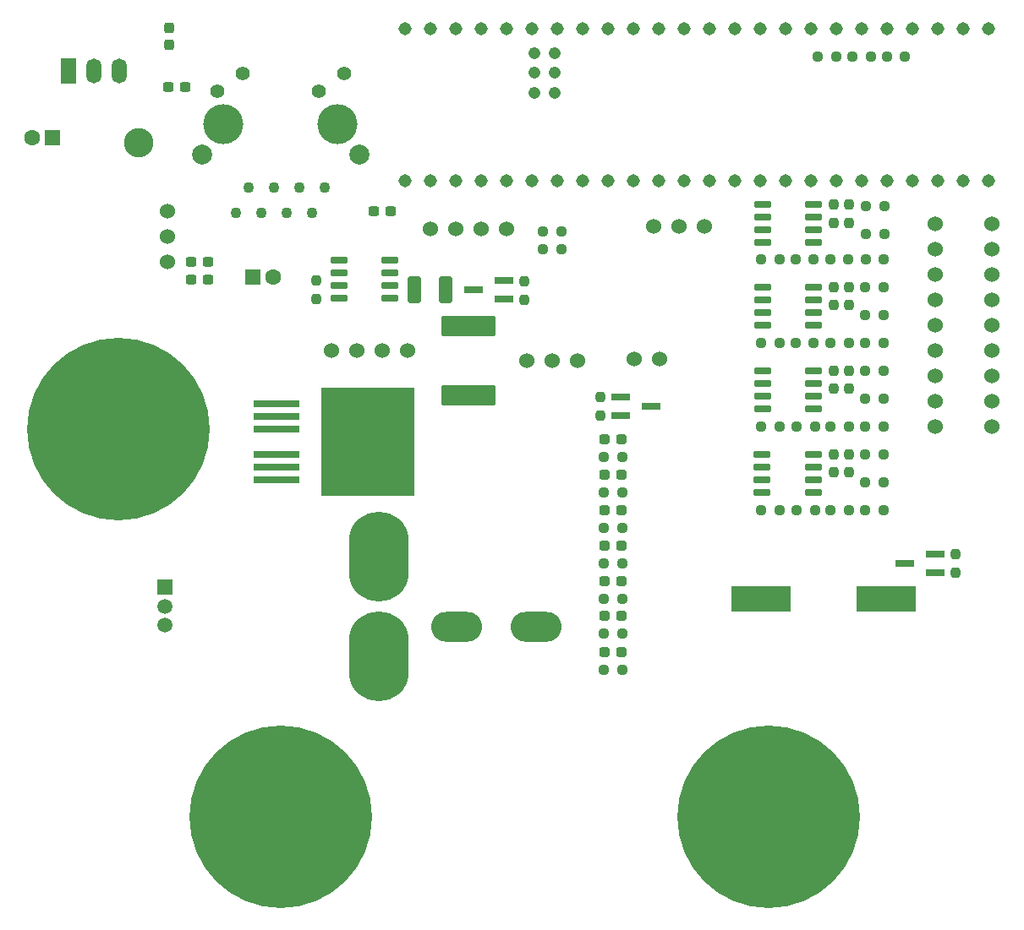
<source format=gts>
G04 #@! TF.GenerationSoftware,KiCad,Pcbnew,(6.0.7)*
G04 #@! TF.CreationDate,2023-03-20T21:04:32-05:00*
G04 #@! TF.ProjectId,2023Rev2,32303233-5265-4763-922e-6b696361645f,rev?*
G04 #@! TF.SameCoordinates,Original*
G04 #@! TF.FileFunction,Soldermask,Top*
G04 #@! TF.FilePolarity,Negative*
%FSLAX46Y46*%
G04 Gerber Fmt 4.6, Leading zero omitted, Abs format (unit mm)*
G04 Created by KiCad (PCBNEW (6.0.7)) date 2023-03-20 21:04:32*
%MOMM*%
%LPD*%
G01*
G04 APERTURE LIST*
G04 Aperture macros list*
%AMRoundRect*
0 Rectangle with rounded corners*
0 $1 Rounding radius*
0 $2 $3 $4 $5 $6 $7 $8 $9 X,Y pos of 4 corners*
0 Add a 4 corners polygon primitive as box body*
4,1,4,$2,$3,$4,$5,$6,$7,$8,$9,$2,$3,0*
0 Add four circle primitives for the rounded corners*
1,1,$1+$1,$2,$3*
1,1,$1+$1,$4,$5*
1,1,$1+$1,$6,$7*
1,1,$1+$1,$8,$9*
0 Add four rect primitives between the rounded corners*
20,1,$1+$1,$2,$3,$4,$5,0*
20,1,$1+$1,$4,$5,$6,$7,0*
20,1,$1+$1,$6,$7,$8,$9,0*
20,1,$1+$1,$8,$9,$2,$3,0*%
%AMHorizOval*
0 Thick line with rounded ends*
0 $1 width*
0 $2 $3 position (X,Y) of the first rounded end (center of the circle)*
0 $4 $5 position (X,Y) of the second rounded end (center of the circle)*
0 Add line between two ends*
20,1,$1,$2,$3,$4,$5,0*
0 Add two circle primitives to create the rounded ends*
1,1,$1,$2,$3*
1,1,$1,$4,$5*%
G04 Aperture macros list end*
%ADD10C,1.100000*%
%ADD11C,1.400000*%
%ADD12C,4.000000*%
%ADD13C,2.000000*%
%ADD14RoundRect,0.237500X0.250000X0.237500X-0.250000X0.237500X-0.250000X-0.237500X0.250000X-0.237500X0*%
%ADD15RoundRect,0.237500X-0.300000X-0.237500X0.300000X-0.237500X0.300000X0.237500X-0.300000X0.237500X0*%
%ADD16R,1.600000X1.600000*%
%ADD17C,1.600000*%
%ADD18RoundRect,0.237500X-0.237500X0.250000X-0.237500X-0.250000X0.237500X-0.250000X0.237500X0.250000X0*%
%ADD19RoundRect,0.237500X0.237500X-0.250000X0.237500X0.250000X-0.237500X0.250000X-0.237500X-0.250000X0*%
%ADD20RoundRect,0.237500X0.237500X-0.300000X0.237500X0.300000X-0.237500X0.300000X-0.237500X-0.300000X0*%
%ADD21C,1.524000*%
%ADD22RoundRect,0.250001X2.474999X-0.799999X2.474999X0.799999X-2.474999X0.799999X-2.474999X-0.799999X0*%
%ADD23RoundRect,0.250000X-0.412500X-1.100000X0.412500X-1.100000X0.412500X1.100000X-0.412500X1.100000X0*%
%ADD24R,1.500000X2.500000*%
%ADD25O,1.500000X2.500000*%
%ADD26C,18.288000*%
%ADD27R,1.900000X0.800000*%
%ADD28C,1.308000*%
%ADD29C,1.208000*%
%ADD30RoundRect,0.237500X-0.250000X-0.237500X0.250000X-0.237500X0.250000X0.237500X-0.250000X0.237500X0*%
%ADD31RoundRect,0.150000X0.725000X0.150000X-0.725000X0.150000X-0.725000X-0.150000X0.725000X-0.150000X0*%
%ADD32R,4.600000X0.800000*%
%ADD33R,9.400000X10.800000*%
%ADD34RoundRect,0.237500X0.287500X0.237500X-0.287500X0.237500X-0.287500X-0.237500X0.287500X-0.237500X0*%
%ADD35C,2.946400*%
%ADD36R,6.000000X2.500000*%
%ADD37RoundRect,0.150000X-0.725000X-0.150000X0.725000X-0.150000X0.725000X0.150000X-0.725000X0.150000X0*%
%ADD38O,5.100000X3.000000*%
%ADD39R,1.500000X1.500000*%
%ADD40C,1.500000*%
%ADD41C,0.800000*%
%ADD42HorizOval,0.800000X0.000000X0.000000X0.000000X0.000000X0*%
%ADD43O,6.000000X9.000000*%
%ADD44HorizOval,0.800000X0.000000X0.000000X0.000000X0.000000X0*%
G04 APERTURE END LIST*
D10*
X103251000Y-43128500D03*
X101981000Y-45668500D03*
X100711000Y-43128500D03*
X99441000Y-45668500D03*
X98171000Y-43128500D03*
X96901000Y-45668500D03*
X95631000Y-43128500D03*
X94361000Y-45668500D03*
D11*
X105131000Y-31698500D03*
X102591000Y-33488500D03*
X95021000Y-31698500D03*
X92481000Y-33488500D03*
D12*
X104521000Y-36778500D03*
X93091000Y-36778500D03*
D13*
X90931000Y-39828500D03*
X106681000Y-39828500D03*
D14*
X159154500Y-72644000D03*
X157329500Y-72644000D03*
D15*
X89815500Y-52324000D03*
X91540500Y-52324000D03*
D14*
X155702000Y-75438000D03*
X153877000Y-75438000D03*
D16*
X96012000Y-52070000D03*
D17*
X98012000Y-52070000D03*
D14*
X133002000Y-80772000D03*
X131177000Y-80772000D03*
X152296500Y-75438000D03*
X150471500Y-75438000D03*
D18*
X155702000Y-61468000D03*
X155702000Y-63293000D03*
D14*
X126896500Y-49276000D03*
X125071500Y-49276000D03*
D19*
X154178000Y-46632500D03*
X154178000Y-44807500D03*
D14*
X155645500Y-50292000D03*
X153820500Y-50292000D03*
D18*
X155702000Y-69850000D03*
X155702000Y-71675000D03*
D20*
X87630000Y-28802500D03*
X87630000Y-27077500D03*
D21*
X134175500Y-60325000D03*
X136715500Y-60325000D03*
D18*
X155702000Y-44807500D03*
X155702000Y-46632500D03*
D21*
X121412000Y-47244000D03*
X118872000Y-47244000D03*
X116332000Y-47244000D03*
X113792000Y-47244000D03*
X113792000Y-47244000D03*
D14*
X155702000Y-67056000D03*
X153877000Y-67056000D03*
D22*
X117602000Y-63927000D03*
X117602000Y-56977000D03*
D14*
X159154500Y-67056000D03*
X157329500Y-67056000D03*
D23*
X112229500Y-53340000D03*
X115354500Y-53340000D03*
D14*
X159154500Y-69850000D03*
X157329500Y-69850000D03*
D18*
X123190000Y-52531000D03*
X123190000Y-54356000D03*
D24*
X77577500Y-31400500D03*
D25*
X80117500Y-31400500D03*
X82657500Y-31400500D03*
D14*
X152193000Y-50292000D03*
X150368000Y-50292000D03*
D21*
X164338000Y-67081400D03*
X164338000Y-64541400D03*
X164338000Y-62001400D03*
X164338000Y-59461400D03*
X164338000Y-56921400D03*
X164338000Y-54381400D03*
X164338000Y-51841400D03*
X164338000Y-49301400D03*
X164338000Y-46761400D03*
D14*
X159258000Y-47752000D03*
X157433000Y-47752000D03*
D26*
X98806000Y-106172000D03*
D14*
X159154500Y-58674000D03*
X157329500Y-58674000D03*
X159154500Y-61468000D03*
X157329500Y-61468000D03*
D27*
X164314000Y-81722000D03*
X164314000Y-79822000D03*
X161314000Y-80772000D03*
D21*
X103886000Y-59436000D03*
X106426000Y-59436000D03*
X108966000Y-59436000D03*
X111506000Y-59436000D03*
X111506000Y-59436000D03*
D28*
X113792000Y-42418000D03*
X116332000Y-42418000D03*
X118872000Y-42418000D03*
X121412000Y-42418000D03*
X146812000Y-42418000D03*
X116332000Y-27178000D03*
X123952000Y-42418000D03*
X126492000Y-42418000D03*
X129032000Y-42418000D03*
X131572000Y-42418000D03*
X134112000Y-42418000D03*
X136652000Y-42418000D03*
X139192000Y-42418000D03*
X141732000Y-42418000D03*
X144272000Y-42418000D03*
X144272000Y-27178000D03*
X141732000Y-27178000D03*
X139192000Y-27178000D03*
X136652000Y-27178000D03*
X134112000Y-27178000D03*
X131572000Y-27178000D03*
X129032000Y-27178000D03*
X126492000Y-27178000D03*
X123952000Y-27178000D03*
X121412000Y-27178000D03*
X118872000Y-27178000D03*
X149352000Y-42418000D03*
X151892000Y-42418000D03*
X154432000Y-42418000D03*
X156972000Y-42418000D03*
X159512000Y-42418000D03*
X162052000Y-42418000D03*
X164592000Y-42418000D03*
X167132000Y-42418000D03*
X169672000Y-42418000D03*
X169672000Y-27178000D03*
X167132000Y-27178000D03*
X164592000Y-27178000D03*
X162052000Y-27178000D03*
X159512000Y-27178000D03*
X156972000Y-27178000D03*
X154432000Y-27178000D03*
X151892000Y-27178000D03*
X149352000Y-27178000D03*
X111252000Y-42418000D03*
X146812000Y-27178000D03*
X113792000Y-27178000D03*
D29*
X126222000Y-31628000D03*
X124222000Y-31628000D03*
X124222000Y-29628000D03*
X126222000Y-29628000D03*
X126222000Y-33628000D03*
X124222000Y-33628000D03*
D28*
X111252000Y-27178000D03*
D19*
X154178000Y-54911000D03*
X154178000Y-53086000D03*
D21*
X141224000Y-46990000D03*
X138684000Y-46990000D03*
X136144000Y-46990000D03*
D30*
X159512000Y-29972000D03*
X161337000Y-29972000D03*
D14*
X154432000Y-29972000D03*
X152607000Y-29972000D03*
D31*
X152181000Y-48641000D03*
X152181000Y-47371000D03*
X152181000Y-46101000D03*
X152181000Y-44831000D03*
X147031000Y-44831000D03*
X147031000Y-46101000D03*
X147031000Y-47371000D03*
X147031000Y-48641000D03*
D14*
X155702000Y-58674000D03*
X153877000Y-58674000D03*
X152296500Y-67056000D03*
X150471500Y-67056000D03*
X152193000Y-58674000D03*
X150368000Y-58674000D03*
D19*
X130810000Y-65936500D03*
X130810000Y-64111500D03*
D26*
X147701000Y-106172000D03*
D14*
X159258000Y-44958000D03*
X157433000Y-44958000D03*
D32*
X98365000Y-64770000D03*
D33*
X107515000Y-68580000D03*
D32*
X98365000Y-69850000D03*
X98365000Y-66040000D03*
X98365000Y-67310000D03*
X98365000Y-72390000D03*
X98365000Y-71120000D03*
D21*
X123444000Y-60452000D03*
X125984000Y-60452000D03*
X128524000Y-60452000D03*
D18*
X166370000Y-79859500D03*
X166370000Y-81684500D03*
D21*
X87503000Y-45466000D03*
X87503000Y-48006000D03*
X87503000Y-50546000D03*
D27*
X121134000Y-54290000D03*
X121134000Y-52390000D03*
X118134000Y-53340000D03*
D14*
X148740500Y-67056000D03*
X146915500Y-67056000D03*
D19*
X102362000Y-54252500D03*
X102362000Y-52427500D03*
D26*
X82550000Y-67310000D03*
D19*
X154178000Y-71675000D03*
X154178000Y-69850000D03*
D16*
X75946000Y-38100000D03*
D17*
X73946000Y-38100000D03*
D34*
X132955000Y-89662000D03*
X131205000Y-89662000D03*
D35*
X84582000Y-38608000D03*
D30*
X131167500Y-87846500D03*
X132992500Y-87846500D03*
D36*
X146862000Y-84328000D03*
X159462000Y-84328000D03*
D14*
X159201500Y-50292000D03*
X157376500Y-50292000D03*
X159154500Y-64262000D03*
X157329500Y-64262000D03*
D19*
X154178000Y-63293000D03*
X154178000Y-61468000D03*
D37*
X104613000Y-50419000D03*
X104613000Y-51689000D03*
X104613000Y-52959000D03*
X104613000Y-54229000D03*
X109763000Y-54229000D03*
X109763000Y-52959000D03*
X109763000Y-51689000D03*
X109763000Y-50419000D03*
D30*
X156059500Y-29972000D03*
X157884500Y-29972000D03*
D38*
X124346000Y-87122000D03*
X116446000Y-87122000D03*
D34*
X132955000Y-68326000D03*
X131205000Y-68326000D03*
D39*
X87235000Y-83190000D03*
D40*
X87235000Y-85100000D03*
X87235000Y-87010000D03*
D41*
X110685000Y-88100000D03*
X106975000Y-93300000D03*
X110295000Y-93300000D03*
X106585000Y-90770000D03*
D42*
X109265000Y-86150000D03*
D41*
X110685000Y-89430000D03*
D43*
X108635000Y-90100000D03*
D41*
X110685000Y-92100000D03*
X108005000Y-94050000D03*
X110295000Y-86900000D03*
X106585000Y-88100000D03*
X109265000Y-94050000D03*
X106585000Y-92100000D03*
D44*
X108005000Y-86150000D03*
D41*
X106585000Y-89430000D03*
X110685000Y-90770000D03*
X106975000Y-86900000D03*
X110685000Y-78100000D03*
X106585000Y-80770000D03*
X108005000Y-76150000D03*
X106585000Y-79430000D03*
X106585000Y-78100000D03*
X110685000Y-82100000D03*
X106975000Y-76900000D03*
X110295000Y-83300000D03*
D42*
X108005000Y-84050000D03*
D41*
X106975000Y-83300000D03*
D44*
X109265000Y-84050000D03*
D41*
X109265000Y-76150000D03*
X106585000Y-82100000D03*
X110685000Y-80770000D03*
D43*
X108635000Y-80100000D03*
D41*
X110685000Y-79430000D03*
X110295000Y-76900000D03*
D30*
X131167500Y-91440000D03*
X132992500Y-91440000D03*
X131167500Y-77216000D03*
X132992500Y-77216000D03*
X131167500Y-84328000D03*
X132992500Y-84328000D03*
D14*
X148740500Y-50292000D03*
X146915500Y-50292000D03*
D34*
X132955000Y-86068500D03*
X131205000Y-86068500D03*
D14*
X159154500Y-55880000D03*
X157329500Y-55880000D03*
X159154500Y-75438000D03*
X157329500Y-75438000D03*
D31*
X152181000Y-65278000D03*
X152181000Y-64008000D03*
X152181000Y-62738000D03*
X152181000Y-61468000D03*
X147031000Y-61468000D03*
X147031000Y-62738000D03*
X147031000Y-64008000D03*
X147031000Y-65278000D03*
X152181000Y-56896000D03*
X152181000Y-55626000D03*
X152181000Y-54356000D03*
X152181000Y-53086000D03*
X147031000Y-53086000D03*
X147031000Y-54356000D03*
X147031000Y-55626000D03*
X147031000Y-56896000D03*
D34*
X132955000Y-71882000D03*
X131205000Y-71882000D03*
D21*
X170053000Y-46761400D03*
X170053000Y-49301400D03*
X170053000Y-51841400D03*
X170053000Y-54381400D03*
X170053000Y-56921400D03*
X170053000Y-59461400D03*
X170053000Y-62001400D03*
X170053000Y-64541400D03*
X170053000Y-67081400D03*
D27*
X132866000Y-64074000D03*
X132866000Y-65974000D03*
X135866000Y-65024000D03*
D15*
X89815500Y-50546000D03*
X91540500Y-50546000D03*
D34*
X132955000Y-75438000D03*
X131205000Y-75438000D03*
D14*
X148740500Y-75438000D03*
X146915500Y-75438000D03*
X159154500Y-53086000D03*
X157329500Y-53086000D03*
X148740500Y-58674000D03*
X146915500Y-58674000D03*
D34*
X132955000Y-82550000D03*
X131205000Y-82550000D03*
D18*
X155702000Y-53086000D03*
X155702000Y-54911000D03*
D34*
X132955000Y-78994000D03*
X131205000Y-78994000D03*
D15*
X87529500Y-33020000D03*
X89254500Y-33020000D03*
X108103500Y-45466000D03*
X109828500Y-45466000D03*
D30*
X131167500Y-70104000D03*
X132992500Y-70104000D03*
X131167500Y-73660000D03*
X132992500Y-73660000D03*
D31*
X152146000Y-73660000D03*
X152146000Y-72390000D03*
X152146000Y-71120000D03*
X152146000Y-69850000D03*
X146996000Y-69850000D03*
X146996000Y-71120000D03*
X146996000Y-72390000D03*
X146996000Y-73660000D03*
D30*
X125071500Y-47498000D03*
X126896500Y-47498000D03*
M02*

</source>
